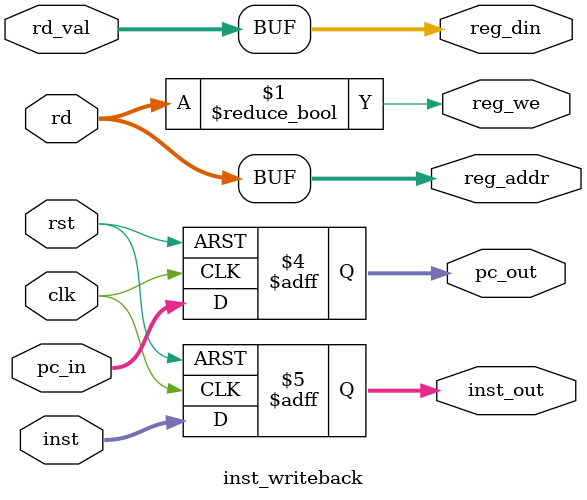
<source format=v>
/*
  sbmips
  Copyright (C) 2017  StarBrilliant <m13253@hotmail.com>

  This program is free software: you can redistribute it and/or modify
  it under the terms of the GNU General Public License as published by
  the Free Software Foundation, either version 3 of the License, or
  (at your option) any later version.

  This program is distributed in the hope that it will be useful,
  but WITHOUT ANY WARRANTY; without even the implied warranty of
  MERCHANTABILITY or FITNESS FOR A PARTICULAR PURPOSE.  See the
  GNU General Public License for more details.

  You should have received a copy of the GNU General Public License
  along with this program.  If not, see <http://www.gnu.org/licenses/>.
*/

`timescale 1ns / 1ps
`default_nettype none

module inst_writeback(
    input wire clk,
    input wire rst,

    input wire [31:2] pc_in,
    input wire [31:0] inst,
    input wire [4:0] rd,
    input wire [31:0] rd_val,

    output wire [4:0] reg_addr,
    output wire [31:0] reg_din,
    output wire reg_we,

    output reg [31:2] pc_out,
    output reg [31:0] inst_out
    );

initial begin
    pc_out = 0; inst_out = 32'hxxxxxxxx;
end

assign reg_addr = rd;
assign reg_din = rd_val;
assign reg_we = rd != 5'h00;

always @(posedge clk, posedge rst)
    if(rst) begin
        pc_out = 0; inst_out = 32'hxxxxxxxx;
    end else begin
        pc_out = pc_in; inst_out = inst;
    end

endmodule

</source>
